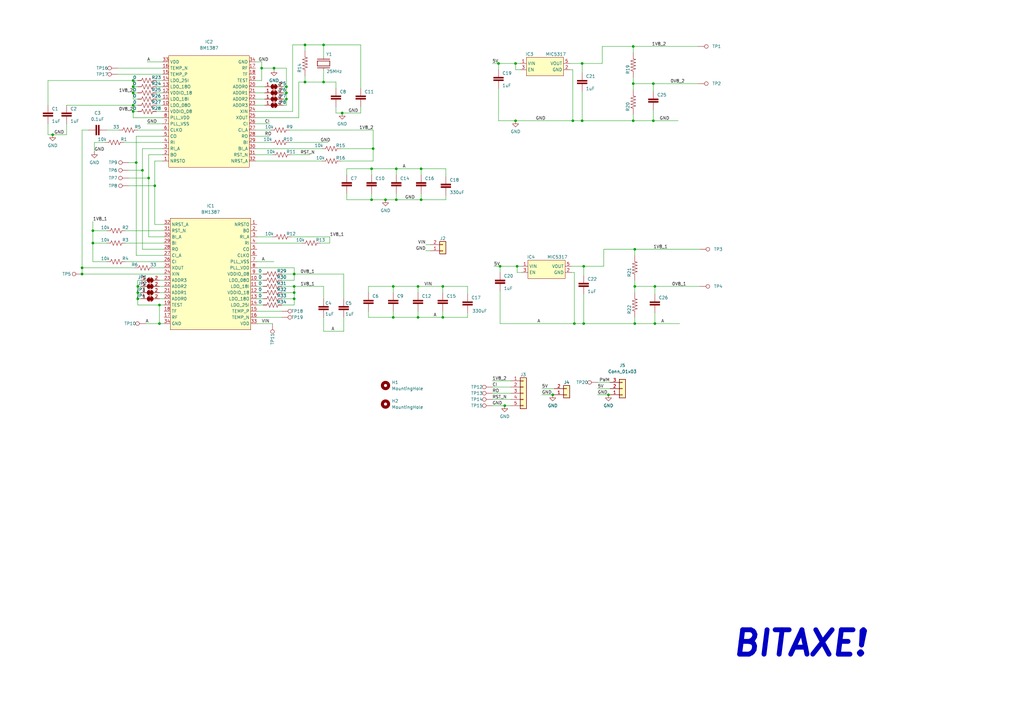
<source format=kicad_sch>
(kicad_sch (version 20211123) (generator eeschema)
  (paper "A3")
  (title_block (title "le bitaxe") (date "2022-02-23"))
  (junction (at 153.035 60.96))
  (junction (at 140.335 46.355))
  (junction (at 212.09 109.22))
  (junction (at 171.45 130.175) (diameter 0.9144))
  (junction (at 171.45 117.475) (diameter 0.9144))
  (junction (at 120.65 117.475))
  (junction (at 268.605 117.475))
  (junction (at 260.35 117.475) (diameter 0.9144))
  (junction (at 238.76 49.53))
  (junction (at 125.095 33.655) (diameter 0.9144))
  (junction (at 211.455 49.53))
  (junction (at 132.715 18.415) (diameter 0.9144))
  (junction (at 120.65 112.395))
  (junction (at 259.715 49.53))
  (junction (at 238.76 26.035) (diameter 0.9144))
  (junction (at 38.1 99.695))
  (junction (at 54.61 33.02))
  (junction (at 132.715 33.655) (diameter 0.9144))
  (junction (at 60.96 73.025))
  (junction (at 54.61 45.72))
  (junction (at 211.455 26.035))
  (junction (at 33.655 109.855))
  (junction (at 152.4 69.215) (diameter 0.9144))
  (junction (at 65.405 132.715))
  (junction (at 54.61 35.56))
  (junction (at 120.65 120.015))
  (junction (at 63.5 76.2))
  (junction (at 226.695 161.925))
  (junction (at 267.97 49.53))
  (junction (at 162.56 69.215) (diameter 0.9144))
  (junction (at 55.88 66.675))
  (junction (at 38.1 94.615))
  (junction (at 58.42 69.85))
  (junction (at 21.59 55.245))
  (junction (at 33.655 112.395))
  (junction (at 162.56 81.915) (diameter 0.9144))
  (junction (at 259.715 34.29) (diameter 0.9144))
  (junction (at 117.475 38.1))
  (junction (at 204.47 26.035) (diameter 0.9144))
  (junction (at 161.29 117.475) (diameter 0.9144))
  (junction (at 259.715 19.05) (diameter 0.9144))
  (junction (at 268.605 132.715))
  (junction (at 56.515 120.015))
  (junction (at 239.395 109.22) (diameter 0.9144))
  (junction (at 117.475 35.56))
  (junction (at 112.395 27.94))
  (junction (at 125.095 18.415) (diameter 0.9144))
  (junction (at 117.475 40.64))
  (junction (at 260.35 132.715))
  (junction (at 181.61 130.175))
  (junction (at 54.61 43.18))
  (junction (at 56.515 117.475))
  (junction (at 120.65 122.555))
  (junction (at 158.115 81.915))
  (junction (at 181.61 117.475))
  (junction (at 207.01 166.37))
  (junction (at 205.105 109.22) (diameter 0.9144))
  (junction (at 235.585 132.715) (diameter 0.9144))
  (junction (at 152.4 81.915) (diameter 0.9144))
  (junction (at 260.35 102.235) (diameter 0.9144))
  (junction (at 267.97 34.29))
  (junction (at 107.315 27.94))
  (junction (at 65.405 125.095))
  (junction (at 172.72 81.915))
  (junction (at 54.61 38.1))
  (junction (at 249.555 161.925))
  (junction (at 234.95 49.53) (diameter 0.9144))
  (junction (at 56.515 122.555))
  (junction (at 239.395 132.715))
  (junction (at 172.72 69.215))
  (junction (at 161.29 130.175) (diameter 0.9144))
  (wire (pts (xy 125.095 18.415) (xy 132.715 18.415)))
  (wire (pts (xy 204.47 26.035) (xy 211.455 26.035)))
  (wire (pts (xy 259.715 34.29) (xy 259.715 31.75)))
  (wire (pts (xy 120.65 125.095) (xy 120.65 122.555)))
  (wire (pts (xy 60.325 25.4) (xy 66.675 25.4)))
  (wire (pts (xy 27.305 50.8) (xy 27.305 55.245)))
  (wire (pts (xy 202.565 109.22) (xy 205.105 109.22)))
  (wire (pts (xy 112.395 27.94) (xy 107.315 27.94)))
  (wire (pts (xy 63.5 92.075) (xy 67.31 92.075)))
  (wire (pts (xy 119.38 97.155) (xy 135.255 97.155)))
  (wire (pts (xy 118.745 58.42) (xy 134.62 58.42)))
  (wire (pts (xy 56.515 117.475) (xy 56.515 114.935)))
  (wire (pts (xy 207.01 166.37) (xy 209.55 166.37)))
  (wire (pts (xy 161.29 117.475) (xy 171.45 117.475)))
  (wire (pts (xy 60.96 97.155) (xy 67.31 97.155)))
  (wire (pts (xy 260.35 117.475) (xy 268.605 117.475)))
  (wire (pts (xy 63.5 76.2) (xy 63.5 92.075)))
  (wire (pts (xy 105.41 130.175) (xy 115.57 130.175)))
  (wire (pts (xy 201.93 156.21) (xy 209.55 156.21)))
  (wire (pts (xy 65.405 132.715) (xy 67.31 132.715)))
  (wire (pts (xy 238.76 26.035) (xy 247.015 26.035)))
  (wire (pts (xy 38.1 99.695) (xy 38.1 94.615)))
  (wire (pts (xy 56.515 122.555) (xy 56.515 125.095)))
  (wire (pts (xy 201.93 163.83) (xy 209.55 163.83)))
  (wire (pts (xy 260.35 104.775) (xy 260.35 102.235)))
  (wire (pts (xy 204.47 36.195) (xy 204.47 49.53)))
  (wire (pts (xy 260.35 120.015) (xy 260.35 117.475)))
  (wire (pts (xy 259.715 19.05) (xy 286.385 19.05)))
  (wire (pts (xy 181.61 120.015) (xy 181.61 117.475)))
  (wire (pts (xy 104.775 45.72) (xy 120.015 45.72)))
  (wire (pts (xy 235.585 111.76) (xy 235.585 132.715)))
  (wire (pts (xy 259.715 46.99) (xy 259.715 49.53)))
  (wire (pts (xy 137.795 43.815) (xy 137.795 46.355)))
  (wire (pts (xy 105.41 99.695) (xy 123.825 99.695)))
  (wire (pts (xy 211.455 28.575) (xy 213.36 28.575)))
  (wire (pts (xy 238.76 37.465) (xy 238.76 49.53)))
  (wire (pts (xy 33.655 109.855) (xy 33.655 53.34)))
  (wire (pts (xy 64.135 43.18) (xy 66.675 43.18)))
  (wire (pts (xy 120.65 120.015) (xy 120.65 122.555)))
  (wire (pts (xy 43.815 53.34) (xy 48.895 53.34)))
  (wire (pts (xy 43.815 107.315) (xy 38.1 107.315)))
  (wire (pts (xy 54.61 33.02) (xy 56.515 33.02)))
  (wire (pts (xy 268.605 132.715) (xy 260.35 132.715)))
  (wire (pts (xy 152.4 79.375) (xy 152.4 81.915)))
  (wire (pts (xy 120.65 117.475) (xy 120.65 120.015)))
  (wire (pts (xy 162.56 79.375) (xy 162.56 81.915)))
  (wire (pts (xy 238.76 49.53) (xy 259.715 49.53)))
  (wire (pts (xy 151.13 117.475) (xy 161.29 117.475)))
  (wire (pts (xy 65.405 122.555) (xy 67.31 122.555)))
  (wire (pts (xy 152.4 81.915) (xy 142.24 81.915)))
  (wire (pts (xy 247.015 19.05) (xy 259.715 19.05)))
  (wire (pts (xy 142.24 69.215) (xy 152.4 69.215)))
  (wire (pts (xy 104.775 53.34) (xy 111.125 53.34)))
  (wire (pts (xy 115.57 120.015) (xy 120.65 120.015)))
  (wire (pts (xy 132.715 130.175) (xy 132.715 135.89)))
  (wire (pts (xy 259.715 34.29) (xy 267.97 34.29)))
  (wire (pts (xy 116.205 40.64) (xy 117.475 40.64)))
  (wire (pts (xy 115.57 125.095) (xy 120.65 125.095)))
  (wire (pts (xy 260.35 117.475) (xy 260.35 114.935)))
  (wire (pts (xy 50.8 58.42) (xy 66.675 58.42)))
  (wire (pts (xy 115.57 117.475) (xy 120.65 117.475)))
  (wire (pts (xy 54.61 35.56) (xy 56.515 35.56)))
  (wire (pts (xy 65.405 120.015) (xy 67.31 120.015)))
  (wire (pts (xy 239.395 120.65) (xy 239.395 132.715)))
  (wire (pts (xy 201.93 26.035) (xy 204.47 26.035)))
  (wire (pts (xy 191.77 120.65) (xy 191.77 117.475)))
  (wire (pts (xy 38.1 107.315) (xy 38.1 99.695)))
  (wire (pts (xy 54.61 40.64) (xy 56.515 40.64)))
  (wire (pts (xy 52.705 66.675) (xy 55.88 66.675)))
  (wire (pts (xy 260.35 130.175) (xy 260.35 132.715)))
  (wire (pts (xy 66.675 48.26) (xy 54.61 48.26)))
  (wire (pts (xy 52.705 73.025) (xy 60.96 73.025)))
  (wire (pts (xy 60.96 73.025) (xy 60.96 97.155)))
  (wire (pts (xy 120.65 112.395) (xy 120.65 109.855)))
  (wire (pts (xy 104.775 43.18) (xy 108.585 43.18)))
  (wire (pts (xy 64.135 40.64) (xy 66.675 40.64)))
  (wire (pts (xy 66.675 60.96) (xy 58.42 60.96)))
  (wire (pts (xy 120.65 117.475) (xy 132.715 117.475)))
  (wire (pts (xy 268.605 117.475) (xy 287.02 117.475)))
  (wire (pts (xy 222.25 161.925) (xy 226.695 161.925)))
  (wire (pts (xy 212.09 111.76) (xy 212.09 109.22)))
  (wire (pts (xy 131.445 99.695) (xy 135.255 99.695)))
  (wire (pts (xy 268.605 117.475) (xy 268.605 120.65)))
  (wire (pts (xy 43.18 58.42) (xy 38.735 58.42)))
  (wire (pts (xy 122.555 48.26) (xy 122.555 33.655)))
  (wire (pts (xy 162.56 71.755) (xy 162.56 69.215)))
  (wire (pts (xy 235.585 132.715) (xy 205.105 132.715)))
  (wire (pts (xy 117.475 38.1) (xy 117.475 40.64)))
  (wire (pts (xy 205.105 119.38) (xy 205.105 132.715)))
  (wire (pts (xy 153.035 53.34) (xy 153.035 60.96)))
  (wire (pts (xy 245.11 161.925) (xy 249.555 161.925)))
  (wire (pts (xy 249.555 161.925) (xy 250.19 161.925)))
  (wire (pts (xy 267.97 34.29) (xy 286.385 34.29)))
  (wire (pts (xy 105.41 97.155) (xy 111.76 97.155)))
  (wire (pts (xy 135.255 97.155) (xy 135.255 99.695)))
  (wire (pts (xy 38.1 94.615) (xy 43.815 94.615)))
  (wire (pts (xy 122.555 33.655) (xy 125.095 33.655)))
  (wire (pts (xy 38.735 58.42) (xy 38.735 62.23)))
  (wire (pts (xy 33.655 53.34) (xy 36.195 53.34)))
  (wire (pts (xy 211.455 26.035) (xy 213.36 26.035)))
  (wire (pts (xy 27.305 43.18) (xy 54.61 43.18)))
  (wire (pts (xy 115.57 112.395) (xy 120.65 112.395)))
  (wire (pts (xy 54.61 43.18) (xy 54.61 45.72)))
  (wire (pts (xy 105.41 132.715) (xy 111.76 132.715)))
  (wire (pts (xy 132.715 117.475) (xy 132.715 122.555)))
  (wire (pts (xy 104.775 38.1) (xy 108.585 38.1)))
  (wire (pts (xy 51.435 99.695) (xy 67.31 99.695)))
  (wire (pts (xy 176.53 102.87) (xy 174.625 102.87)))
  (wire (pts (xy 67.31 114.935) (xy 65.405 114.935)))
  (wire (pts (xy 56.515 53.34) (xy 66.675 53.34)))
  (wire (pts (xy 172.72 79.375) (xy 172.72 81.915)))
  (wire (pts (xy 201.93 166.37) (xy 207.01 166.37)))
  (wire (pts (xy 191.77 128.27) (xy 191.77 130.175)))
  (wire (pts (xy 247.015 19.05) (xy 247.015 26.035)))
  (wire (pts (xy 38.1 94.615) (xy 38.1 90.805)))
  (wire (pts (xy 158.115 81.915) (xy 152.4 81.915)))
  (wire (pts (xy 54.61 43.18) (xy 56.515 43.18)))
  (wire (pts (xy 238.76 49.53) (xy 234.95 49.53)))
  (wire (pts (xy 234.95 49.53) (xy 211.455 49.53)))
  (wire (pts (xy 182.88 81.915) (xy 172.72 81.915)))
  (wire (pts (xy 48.26 27.94) (xy 66.675 27.94)))
  (wire (pts (xy 171.45 117.475) (xy 181.61 117.475)))
  (wire (pts (xy 119.38 63.5) (xy 127 63.5)))
  (wire (pts (xy 117.475 43.18) (xy 116.205 43.18)))
  (wire (pts (xy 48.26 30.48) (xy 66.675 30.48)))
  (wire (pts (xy 64.135 33.02) (xy 66.675 33.02)))
  (wire (pts (xy 67.31 125.095) (xy 65.405 125.095)))
  (wire (pts (xy 132.715 18.415) (xy 147.955 18.415)))
  (wire (pts (xy 247.65 102.235) (xy 260.35 102.235)))
  (wire (pts (xy 182.88 69.215) (xy 172.72 69.215)))
  (wire (pts (xy 247.65 102.235) (xy 247.65 109.22)))
  (wire (pts (xy 52.705 69.85) (xy 58.42 69.85)))
  (wire (pts (xy 19.685 55.245) (xy 21.59 55.245)))
  (wire (pts (xy 116.205 38.1) (xy 117.475 38.1)))
  (wire (pts (xy 104.775 50.8) (xy 110.49 50.8)))
  (wire (pts (xy 171.45 130.175) (xy 161.29 130.175)))
  (wire (pts (xy 104.775 66.04) (xy 132.08 66.04)))
  (wire (pts (xy 267.97 34.29) (xy 267.97 37.465)))
  (wire (pts (xy 19.685 50.8) (xy 19.685 55.245)))
  (wire (pts (xy 152.4 69.215) (xy 162.56 69.215)))
  (wire (pts (xy 171.45 120.015) (xy 171.45 117.475)))
  (wire (pts (xy 54.61 38.1) (xy 56.515 38.1)))
  (wire (pts (xy 51.435 107.315) (xy 67.31 107.315)))
  (wire (pts (xy 162.56 69.215) (xy 172.72 69.215)))
  (wire (pts (xy 55.88 55.88) (xy 55.88 66.675)))
  (wire (pts (xy 260.35 102.235) (xy 287.02 102.235)))
  (wire (pts (xy 56.515 125.095) (xy 65.405 125.095)))
  (wire (pts (xy 234.95 28.575) (xy 234.95 49.53)))
  (wire (pts (xy 55.88 66.675) (xy 55.88 104.775)))
  (wire (pts (xy 120.015 45.72) (xy 120.015 18.415)))
  (wire (pts (xy 139.7 60.96) (xy 153.035 60.96)))
  (wire (pts (xy 205.105 109.22) (xy 205.105 111.76)))
  (wire (pts (xy 267.97 45.085) (xy 267.97 49.53)))
  (wire (pts (xy 268.605 128.27) (xy 268.605 132.715)))
  (wire (pts (xy 107.315 27.94) (xy 107.315 33.02)))
  (wire (pts (xy 226.695 161.925) (xy 227.33 161.925)))
  (wire (pts (xy 140.97 130.175) (xy 140.97 135.89)))
  (wire (pts (xy 117.475 27.94) (xy 112.395 27.94)))
  (wire (pts (xy 56.515 122.555) (xy 56.515 120.015)))
  (wire (pts (xy 58.42 60.96) (xy 58.42 69.85)))
  (wire (pts (xy 105.41 125.095) (xy 107.95 125.095)))
  (wire (pts (xy 105.41 107.315) (xy 112.395 107.315)))
  (wire (pts (xy 239.395 109.22) (xy 247.65 109.22)))
  (wire (pts (xy 132.715 33.655) (xy 137.795 33.655)))
  (wire (pts (xy 66.675 66.04) (xy 63.5 66.04)))
  (wire (pts (xy 117.475 35.56) (xy 117.475 38.1)))
  (wire (pts (xy 117.475 35.56) (xy 117.475 27.94)))
  (wire (pts (xy 132.715 23.495) (xy 132.715 18.415)))
  (wire (pts (xy 120.65 112.395) (xy 140.97 112.395)))
  (wire (pts (xy 65.405 125.095) (xy 65.405 132.715)))
  (wire (pts (xy 105.41 127.635) (xy 115.57 127.635)))
  (wire (pts (xy 191.77 130.175) (xy 181.61 130.175)))
  (wire (pts (xy 52.705 76.2) (xy 63.5 76.2)))
  (wire (pts (xy 105.41 122.555) (xy 107.95 122.555)))
  (wire (pts (xy 125.095 31.115) (xy 125.095 33.655)))
  (wire (pts (xy 115.57 122.555) (xy 120.65 122.555)))
  (wire (pts (xy 142.24 71.755) (xy 142.24 69.215)))
  (wire (pts (xy 176.53 100.33) (xy 174.625 100.33)))
  (wire (pts (xy 64.135 45.72) (xy 66.675 45.72)))
  (wire (pts (xy 104.775 48.26) (xy 122.555 48.26)))
  (wire (pts (xy 233.68 26.035) (xy 238.76 26.035)))
  (wire (pts (xy 211.455 28.575) (xy 211.455 26.035)))
  (wire (pts (xy 142.24 79.375) (xy 142.24 81.915)))
  (wire (pts (xy 201.93 158.75) (xy 209.55 158.75)))
  (wire (pts (xy 104.775 33.02) (xy 107.315 33.02)))
  (wire (pts (xy 239.395 109.22) (xy 239.395 113.03)))
  (wire (pts (xy 19.685 33.02) (xy 54.61 33.02)))
  (wire (pts (xy 239.395 132.715) (xy 260.35 132.715)))
  (wire (pts (xy 54.61 38.1) (xy 54.61 40.64)))
  (wire (pts (xy 54.61 33.02) (xy 54.61 35.56)))
  (wire (pts (xy 33.655 109.855) (xy 33.655 112.395)))
  (wire (pts (xy 191.77 117.475) (xy 181.61 117.475)))
  (wire (pts (xy 125.095 33.655) (xy 132.715 33.655)))
  (wire (pts (xy 125.095 20.955) (xy 125.095 18.415)))
  (wire (pts (xy 153.035 66.04) (xy 139.7 66.04)))
  (wire (pts (xy 172.72 71.755) (xy 172.72 69.215)))
  (wire (pts (xy 67.31 112.395) (xy 33.655 112.395)))
  (wire (pts (xy 58.42 69.85) (xy 58.42 102.235)))
  (wire (pts (xy 151.13 120.015) (xy 151.13 117.475)))
  (wire (pts (xy 245.11 156.845) (xy 250.19 156.845)))
  (wire (pts (xy 104.775 63.5) (xy 111.76 63.5)))
  (wire (pts (xy 234.95 28.575) (xy 233.68 28.575)))
  (wire (pts (xy 161.29 120.015) (xy 161.29 117.475)))
  (wire (pts (xy 211.455 49.53) (xy 204.47 49.53)))
  (wire (pts (xy 151.13 127.635) (xy 151.13 130.175)))
  (wire (pts (xy 212.09 111.76) (xy 213.995 111.76)))
  (wire (pts (xy 57.785 122.555) (xy 56.515 122.555)))
  (wire (pts (xy 104.775 40.64) (xy 108.585 40.64)))
  (wire (pts (xy 64.135 35.56) (xy 66.675 35.56)))
  (wire (pts (xy 51.435 94.615) (xy 67.31 94.615)))
  (wire (pts (xy 115.57 114.935) (xy 120.65 114.935)))
  (wire (pts (xy 259.715 21.59) (xy 259.715 19.05)))
  (wire (pts (xy 56.515 120.015) (xy 57.785 120.015)))
  (wire (pts (xy 104.775 55.88) (xy 110.49 55.88)))
  (wire (pts (xy 239.395 132.715) (xy 235.585 132.715)))
  (wire (pts (xy 104.775 35.56) (xy 108.585 35.56)))
  (wire (pts (xy 33.655 109.855) (xy 55.245 109.855)))
  (wire (pts (xy 19.685 43.18) (xy 19.685 33.02)))
  (wire (pts (xy 56.515 120.015) (xy 56.515 117.475)))
  (wire (pts (xy 161.29 127.635) (xy 161.29 130.175)))
  (wire (pts (xy 201.93 161.29) (xy 209.55 161.29)))
  (wire (pts (xy 278.13 49.53) (xy 267.97 49.53)))
  (wire (pts (xy 105.41 120.015) (xy 107.95 120.015)))
  (wire (pts (xy 172.72 81.915) (xy 162.56 81.915)))
  (wire (pts (xy 204.47 26.035) (xy 204.47 28.575)))
  (wire (pts (xy 238.76 26.035) (xy 238.76 29.845)))
  (wire (pts (xy 66.675 63.5) (xy 60.96 63.5)))
  (wire (pts (xy 56.515 114.935) (xy 57.785 114.935)))
  (wire (pts (xy 54.61 35.56) (xy 54.61 38.1)))
  (wire (pts (xy 120.65 114.935) (xy 120.65 112.395)))
  (wire (pts (xy 63.5 66.04) (xy 63.5 76.2)))
  (wire (pts (xy 62.865 109.855) (xy 67.31 109.855)))
  (wire (pts (xy 104.775 60.96) (xy 132.08 60.96)))
  (wire (pts (xy 59.69 132.715) (xy 65.405 132.715)))
  (wire (pts (xy 234.315 109.22) (xy 239.395 109.22)))
  (wire (pts (xy 60.325 50.8) (xy 66.675 50.8)))
  (wire (pts (xy 112.395 28.575) (xy 112.395 27.94)))
  (wire (pts (xy 162.56 81.915) (xy 158.115 81.915)))
  (wire (pts (xy 116.205 35.56) (xy 117.475 35.56)))
  (wire (pts (xy 64.135 38.1) (xy 66.675 38.1)))
  (wire (pts (xy 120.015 18.415) (xy 125.095 18.415)))
  (wire (pts (xy 147.955 46.355) (xy 147.955 43.815)))
  (wire (pts (xy 21.59 55.245) (xy 27.305 55.245)))
  (wire (pts (xy 65.405 117.475) (xy 67.31 117.475)))
  (wire (pts (xy 132.715 135.89) (xy 140.97 135.89)))
  (wire (pts (xy 153.035 60.96) (xy 153.035 66.04)))
  (wire (pts (xy 54.61 45.72) (xy 54.61 48.26)))
  (wire (pts (xy 105.41 114.935) (xy 107.95 114.935)))
  (wire (pts (xy 132.715 28.575) (xy 132.715 33.655)))
  (wire (pts (xy 137.795 33.655) (xy 137.795 36.195)))
  (wire (pts (xy 222.25 159.385) (xy 227.33 159.385)))
  (wire (pts (xy 147.955 18.415) (xy 147.955 36.195)))
  (wire (pts (xy 205.105 109.22) (xy 212.09 109.22)))
  (wire (pts (xy 181.61 127.635) (xy 181.61 130.175)))
  (wire (pts (xy 212.09 109.22) (xy 213.995 109.22)))
  (wire (pts (xy 140.97 112.395) (xy 140.97 122.555)))
  (wire (pts (xy 60.96 63.5) (xy 60.96 73.025)))
  (wire (pts (xy 104.775 25.4) (xy 107.315 25.4)))
  (wire (pts (xy 161.29 130.175) (xy 151.13 130.175)))
  (wire (pts (xy 38.1 99.695) (xy 43.815 99.695)))
  (wire (pts (xy 66.675 55.88) (xy 55.88 55.88)))
  (wire (pts (xy 245.11 159.385) (xy 250.19 159.385)))
  (wire (pts (xy 104.775 58.42) (xy 111.125 58.42)))
  (wire (pts (xy 259.715 36.83) (xy 259.715 34.29)))
  (wire (pts (xy 56.515 117.475) (xy 57.785 117.475)))
  (wire (pts (xy 140.335 46.355) (xy 147.955 46.355)))
  (wire (pts (xy 171.45 127.635) (xy 171.45 130.175)))
  (wire (pts (xy 182.88 80.01) (xy 182.88 81.915)))
  (wire (pts (xy 278.765 132.715) (xy 268.605 132.715)))
  (wire (pts (xy 152.4 71.755) (xy 152.4 69.215)))
  (wire (pts (xy 55.88 104.775) (xy 67.31 104.775)))
  (wire (pts (xy 105.41 109.855) (xy 120.65 109.855)))
  (wire (pts (xy 54.61 45.72) (xy 56.515 45.72)))
  (wire (pts (xy 105.41 117.475) (xy 107.95 117.475)))
  (wire (pts (xy 107.315 25.4) (xy 107.315 27.94)))
  (wire (pts (xy 267.97 49.53) (xy 259.715 49.53)))
  (wire (pts (xy 58.42 102.235) (xy 67.31 102.235)))
  (wire (pts (xy 105.41 112.395) (xy 107.95 112.395)))
  (wire (pts (xy 118.745 53.34) (xy 153.035 53.34)))
  (wire (pts (xy 182.88 72.39) (xy 182.88 69.215)))
  (wire (pts (xy 137.795 46.355) (xy 140.335 46.355)))
  (wire (pts (xy 117.475 40.64) (xy 117.475 43.18)))
  (wire (pts (xy 235.585 111.76) (xy 234.315 111.76)))
  (wire (pts (xy 181.61 130.175) (xy 171.45 130.175)))
  (text "BITAXE!" (at 299.72 269.875 0) (effects (font (size 10 10) (thickness 2) bold italic) (justify left bottom)))
  (label "1V8_2" (at 54.61 38.1 180))
  (label "RO" (at 108.585 55.88 0))
  (label "GND" (at 219.71 49.53 0))
  (label "GND" (at 22.225 55.245 0))
  (label "RST_N" (at 123.19 63.5 0))
  (label "GND" (at 174.625 102.87 180))
  (label "GND" (at 170.18 81.915 180))
  (label "1V8_2" (at 267.335 19.05 0))
  (label "A" (at 179.07 130.175 180))
  (label "0V8_1" (at 123.19 112.395 0))
  (label "0V8_2" (at 274.955 34.29 0))
  (label "GND" (at 106.045 25.4 0))
  (label "PWM" (at 245.745 156.845 0))
  (label "GND" (at 38.735 62.23 0))
  (label "CI" (at 108.585 50.8 0))
  (label "5V" (at 222.25 159.385 0))
  (label "GND" (at 245.11 161.925 0))
  (label "RO" (at 201.93 161.29 0))
  (label "A" (at 59.69 132.715 0))
  (label "5V" (at 202.565 109.22 0))
  (label "GND" (at 270.51 49.53 0))
  (label "A" (at 271.145 132.715 0))
  (label "1V8_2" (at 147.32 53.34 0))
  (label "5V" (at 201.93 26.035 0))
  (label "0V8_2" (at 54.61 45.72 180))
  (label "GND" (at 222.25 161.925 0))
  (label "1V8_2" (at 201.93 156.21 0))
  (label "GND" (at 142.875 46.355 0))
  (label "0V8_1" (at 275.59 117.475 0))
  (label "GND" (at 131.445 58.42 0))
  (label "A" (at 60.325 25.4 0))
  (label "A" (at 135.89 135.89 0))
  (label "CI" (at 201.93 158.75 0))
  (label "VIN" (at 174.625 100.33 180))
  (label "1V8_1" (at 135.255 97.155 0))
  (label "A" (at 165.1 69.215 0))
  (label "5V" (at 245.11 159.385 0))
  (label "1V8_1" (at 123.19 117.475 0))
  (label "A" (at 107.315 107.315 0))
  (label "VIN" (at 173.99 117.475 0))
  (label "GND" (at 201.93 166.37 0))
  (label "1V8_1" (at 267.97 102.235 0))
  (label "RST_N" (at 201.93 163.83 0))
  (label "1V8_1" (at 38.1 90.805 0))
  (label "A" (at 220.345 132.715 0))
  (label "GND" (at 60.325 50.8 0))
  (label "VIN" (at 107.315 132.715 0))
  (symbol (lib_id "Jumper:SolderJumper_2_Bridged") (at 112.395 40.64 0) (unit 1)
    (property "Reference" "JP7" (at 115.57 39.37 0))
    (property "Value" "SolderJumper_2_Bridged" (effects hide))
    (property "Footprint" "Jumper:SolderJumper-2_P1.3mm_Bridged2Bar_RoundedPad1.0x1.5mm" (effects hide))
    (property "DNP" "T" (effects hide))
  )
  (symbol (lib_id "Connector_Generic:Conn_01x02") (at 181.61 102.87 0) (mirror x) (unit 1)
    (property "Reference" "J2" (at 181.61 97.79 0))
    (property "Value" "Conn_01x02" (effects hide))
    (property "Footprint" "Connector_PinHeader_2.54mm:PinHeader_1x02_P2.54mm_Vertical" (effects hide))
    (property "DNP" "T" (effects hide))
  )
  (symbol (lib_id "Connector:TestPoint") (at 245.11 156.845 90) (mirror x) (unit 1)
    (property "Reference" "TP20" (at 238.76 156.845 90))
    (property "Value" "TestPoint" (effects hide))
    (property "Footprint" "TestPoint:TestPoint_Pad_D1.5mm" (effects hide))
    (property "DNP" "T" (effects hide))
  )
  (symbol (lib_id "Device:R_US") (at 111.76 112.395 90) (unit 1)
    (property "Reference" "R29" (at 115.57 111.125 90))
    (property "Value" "0" (at 106.68 111.125 90))
    (property "Footprint" "DayMiner:R0402" (effects hide))
  )
  (symbol (lib_id "Device:R_US") (at 47.625 99.695 90) (unit 1)
    (property "Reference" "R3" (at 51.435 98.425 90))
    (property "Value" "10k" (at 43.18 98.425 90))
    (property "Footprint" "DayMiner:R0402" (effects hide))
  )
  (symbol (lib_id "Device:R_US") (at 47.625 94.615 90) (unit 1)
    (property "Reference" "R2" (at 51.435 93.345 90))
    (property "Value" "10k" (at 43.18 93.345 90))
    (property "Footprint" "DayMiner:R0402" (effects hide))
  )
  (symbol (lib_id "Connector:TestPoint") (at 48.26 27.94 90) (mirror x) (unit 1)
    (property "Reference" "TP16" (at 41.91 27.94 90))
    (property "Value" "TestPoint" (effects hide))
    (property "Footprint" "TestPoint:TestPoint_Pad_D1.5mm" (effects hide))
    (property "DNP" "T" (effects hide))
  )
  (symbol (lib_id "Connector:TestPoint") (at 201.93 158.75 90) (mirror x) (unit 1)
    (property "Reference" "TP12" (at 195.58 158.75 90))
    (property "Value" "TestPoint" (effects hide))
    (property "Footprint" "TestPoint:TestPoint_Pad_D1.5mm" (effects hide))
    (property "DNP" "T" (effects hide))
  )
  (symbol (lib_id "Connector_Generic:Conn_01x03") (at 255.27 159.385 0) (mirror x) (unit 1)
    (property "Reference" "J5" (at 255.27 149.86 0))
    (property "Value" "Conn_01x03" (at 255.27 152.4 0))
    (property "Footprint" "Connector_PinHeader_2.54mm:PinHeader_1x03_P2.54mm_Vertical" (effects hide))
  )
  (symbol (lib_id "DayMiner-eagle-import:CAP0402") (at 152.4 76.835 0) (unit 1)
    (property "Reference" "C10" (at 153.924 73.914 0) (effects (justify left bottom)))
    (property "Value" "0.1uF" (at 153.924 78.994 0) (effects (justify left bottom)))
    (property "Footprint" "DayMiner:C0402" (effects hide))
    (property "Value" "0.1uF" (effects hide))
    (property "DK" "1292-1639-1-ND" (effects hide))
  )
  (symbol (lib_id "Device:R_US") (at 115.57 63.5 90) (unit 1)
    (property "Reference" "R11" (at 119.38 62.23 90))
    (property "Value" "10k" (at 111.125 62.23 90))
    (property "Footprint" "DayMiner:R0402" (effects hide))
  )
  (symbol (lib_id "DayMiner-eagle-import:CAP0402") (at 147.955 41.275 0) (unit 1)
    (property "Reference" "C11" (at 149.479 38.354 0) (effects (justify left bottom)))
    (property "Value" "10pF" (at 149.479 43.434 0) (effects (justify left bottom)))
    (property "Footprint" "DayMiner:C0402" (effects hide))
    (property "Value" "10pF" (effects hide))
    (property "DK" "399-C0402C100K5RAC7867CT-ND" (effects hide))
  )
  (symbol (lib_id "Jumper:SolderJumper_2_Bridged") (at 112.395 38.1 0) (unit 1)
    (property "Reference" "JP6" (at 115.57 36.83 0))
    (property "Value" "SolderJumper_2_Bridged" (effects hide))
    (property "Footprint" "Jumper:SolderJumper-2_P1.3mm_Bridged2Bar_RoundedPad1.0x1.5mm" (effects hide))
    (property "DNP" "T" (effects hide))
  )
  (symbol (lib_id "Jumper:SolderJumper_2_Bridged") (at 112.395 43.18 0) (unit 1)
    (property "Reference" "JP8" (at 115.57 41.91 0))
    (property "Value" "SolderJumper_2_Bridged" (effects hide))
    (property "Footprint" "Jumper:SolderJumper-2_P1.3mm_Bridged2Bar_RoundedPad1.0x1.5mm" (effects hide))
    (property "DNP" "T" (effects hide))
  )
  (symbol (lib_id "Jumper:SolderJumper_2_Bridged") (at 112.395 35.56 0) (unit 1)
    (property "Reference" "JP5" (at 115.57 34.29 0))
    (property "Value" "SolderJumper_2_Bridged" (effects hide))
    (property "Footprint" "Jumper:SolderJumper-2_P1.3mm_Bridged2Bar_RoundedPad1.0x1.5mm" (effects hide))
    (property "DNP" "T" (effects hide))
  )
  (symbol (lib_id "power:GND") (at 249.555 161.925 0) (mirror y) (unit 1)
    (property "Reference" "#PWR011" (effects hide))
    (property "Value" "GND" (at 249.555 166.37 0))
  )
  (symbol (lib_id "Device:R_US") (at 111.76 122.555 90) (unit 1)
    (property "Reference" "R33" (at 115.57 121.285 90))
    (property "Value" "0" (at 106.68 121.285 90))
    (property "Footprint" "DayMiner:R0402" (effects hide))
  )
  (symbol (lib_id "DayMiner-eagle-import:CAP0402") (at 19.685 48.26 0) (unit 1)
    (property "Reference" "C1" (at 21.209 45.339 0) (effects (justify left bottom)))
    (property "Value" "1uF" (at 21.209 50.419 0) (effects (justify left bottom)))
    (property "Footprint" "DayMiner:C0402" (effects hide))
    (property "DK" "587-5514-1-ND" (effects hide))
  )
  (symbol (lib_name "MIC5317_1") (lib_id "DayMiner-eagle-import:MIC5317") (at 223.52 26.035 0) (unit 1)
    (property "Reference" "IC3" (at 217.17 22.225 0))
    (property "Value" "MIC5317" (at 227.965 22.225 0))
    (property "Footprint" "DayMiner:SOT23-5" (effects hide))
    (property "Datasheet" "https://ww1.microchip.com/downloads/en/DeviceDoc/MIC5317-High-Performance-Single-150mA-LDO-DS20006195B.pdf" (effects hide))
    (property "PARTNO" "MIC5317-1.8YM5-TR" (effects hide))
    (property "DK" "MIC5317-1.8YM5-TR-ND" (effects hide))
  )
  (symbol (lib_id "DayMiner-eagle-import:RESISTOR0402-RES") (at 259.715 41.91 90) (unit 1)
    (property "Reference" "R20" (at 258.2164 45.72 0) (effects (justify left bottom)))
    (property "Value" "100" (at 263.017 45.72 0) (effects (justify left bottom)))
    (property "Footprint" "DayMiner:R0402" (effects hide))
    (property "Value" "100" (effects hide))
    (property "DK" "RMCF0402FT100RCT-ND" (effects hide))
  )
  (symbol (lib_id "Connector:TestPoint") (at 111.76 132.715 0) (mirror x) (unit 1)
    (property "Reference" "TP11" (at 111.76 139.065 90))
    (property "Value" "TestPoint" (effects hide))
    (property "Footprint" "TestPoint:TestPoint_Pad_D1.5mm" (effects hide))
    (property "DNP" "T" (effects hide))
  )
  (symbol (lib_id "Device:R_US") (at 111.76 120.015 90) (unit 1)
    (property "Reference" "R32" (at 115.57 118.745 90))
    (property "Value" "0" (at 106.68 118.745 90))
    (property "Footprint" "DayMiner:R0402" (effects hide))
  )
  (symbol (lib_id "Connector:TestPoint") (at 287.02 117.475 270) (unit 1)
    (property "Reference" "TP4" (at 292.735 117.4749 90) (effects (justify left)))
    (property "Value" "TestPoint" (effects hide))
    (property "Footprint" "TestPoint:TestPoint_Pad_D1.5mm" (effects hide))
    (property "DNP" "T" (effects hide))
  )
  (symbol (lib_id "DayMiner-eagle-import:XRCGB25M000F2P02R0") (at 132.715 26.035 90) (unit 1)
    (property "Reference" "Y1" (at 133.731 22.987 90) (effects (justify right top)))
    (property "Value" "25MHz" (at 140.335 28.575 90) (effects (justify left bottom)))
    (property "Footprint" "DayMiner:XRCGB25M000F2P02R0" (effects hide))
    (property "PARTNO" "XRCGB25M000F2P01R0" (effects hide))
    (property "DK" "490-18304-1-ND" (effects hide))
  )
  (symbol (lib_id "power:GND") (at 226.695 161.925 0) (mirror y) (unit 1)
    (property "Reference" "#PWR010" (effects hide))
    (property "Value" "GND" (at 226.695 166.37 0))
  )
  (symbol (lib_id "Device:R_US") (at 47.625 107.315 90) (unit 1)
    (property "Reference" "R4" (at 51.435 106.045 90))
    (property "Value" "10k" (at 43.18 106.045 90))
    (property "Footprint" "DayMiner:R0402" (effects hide))
  )
  (symbol (lib_id "power:GND") (at 112.395 28.575 0) (mirror y) (unit 1)
    (property "Reference" "#PWR04" (effects hide))
    (property "Value" "GND" (at 112.395 33.02 0))
  )
  (symbol (lib_id "DayMiner-eagle-import:CAP0402") (at 267.97 42.545 0) (unit 1)
    (property "Reference" "C25" (at 269.494 39.624 0) (effects (justify left bottom)))
    (property "Value" "0.1uF" (at 269.494 44.704 0) (effects (justify left bottom)))
    (property "Footprint" "DayMiner:C0402" (effects hide))
    (property "Value" "0.1uF" (effects hide))
    (property "DK" "1292-1639-1-ND" (effects hide))
  )
  (symbol (lib_id "DayMiner-eagle-import:CAP0402") (at 161.29 125.095 0) (unit 1)
    (property "Reference" "C9" (at 162.814 122.174 0) (effects (justify left bottom)))
    (property "Value" "0.1uF" (at 162.814 127.254 0) (effects (justify left bottom)))
    (property "Footprint" "DayMiner:C0402" (effects hide))
    (property "Value" "0.1uF" (effects hide))
    (property "DK" "1292-1639-1-ND" (effects hide))
  )
  (symbol (lib_id "DayMiner-eagle-import:CAP0402") (at 205.105 116.84 0) (unit 1)
    (property "Reference" "C20" (at 206.629 113.919 0) (effects (justify left bottom)))
    (property "Value" "1uF" (at 206.629 118.999 0) (effects (justify left bottom)))
    (property "Footprint" "DayMiner:C0402" (effects hide))
    (property "DK" "587-5514-1-ND" (effects hide))
  )
  (symbol (lib_id "power:GND") (at 140.335 46.355 0) (mirror y) (unit 1)
    (property "Reference" "#PWR05" (effects hide))
    (property "Value" "GND" (at 140.335 50.8 0))
  )
  (symbol (lib_id "Device:R_US") (at 111.76 114.935 90) (unit 1)
    (property "Reference" "R30" (at 115.57 113.665 90))
    (property "Value" "0" (at 106.68 113.665 90))
    (property "Footprint" "DayMiner:R0402" (effects hide))
  )
  (symbol (lib_id "DayMiner-eagle-import:MIC5317") (at 224.155 109.22 0) (unit 1)
    (property "Reference" "IC4" (at 217.805 105.41 0))
    (property "Value" "MIC5317" (at 228.6 105.41 0))
    (property "Footprint" "DayMiner:SOT23-5" (effects hide))
    (property "Datasheet" "https://ww1.microchip.com/downloads/en/DeviceDoc/MIC5317-High-Performance-Single-150mA-LDO-DS20006195B.pdf" (effects hide))
    (property "PARTNO" "MIC5317-1.8YM5-TR" (effects hide))
    (property "DK" "MIC5317-1.8YM5-TR-ND" (effects hide))
  )
  (symbol (lib_id "power:GND") (at 207.01 166.37 0) (mirror y) (unit 1)
    (property "Reference" "#PWR09" (effects hide))
    (property "Value" "GND" (at 207.01 170.815 0))
  )
  (symbol (lib_id "Device:R_US") (at 60.325 33.02 90) (unit 1)
    (property "Reference" "R23" (at 64.135 31.75 90))
    (property "Value" "0" (at 55.245 31.75 90))
    (property "Footprint" "DayMiner:R0402" (effects hide))
  )
  (symbol (lib_id "Device:R_US") (at 59.055 109.855 90) (unit 1)
    (property "Reference" "R6" (at 55.245 108.585 90))
    (property "Value" "33" (at 62.865 108.585 90))
    (property "Footprint" "DayMiner:R0402" (effects hide))
  )
  (symbol (lib_id "dayminer:BM1387") (at 86.995 50.8 0) (mirror x) (unit 1)
    (property "Reference" "IC2" (at 85.725 17.145 0))
    (property "Value" "BM1387" (at 85.725 19.685 0))
    (property "Footprint" "DayMiner:SON45P800X800X70-33T645X800N" (effects hide))
  )
  (symbol (lib_id "Connector:TestPoint") (at 201.93 161.29 90) (unit 1)
    (property "Reference" "TP13" (at 195.58 161.29 90))
    (property "Value" "TestPoint" (effects hide))
    (property "Footprint" "TestPoint:TestPoint_Pad_D1.5mm" (effects hide))
    (property "DNP" "T" (effects hide))
  )
  (symbol (lib_id "Connector_Generic:Conn_01x02") (at 232.41 161.925 0) (mirror x) (unit 1)
    (property "Reference" "J4" (at 232.41 156.845 0))
    (property "Value" "Conn_01x02" (effects hide))
    (property "Footprint" "Connector_PinHeader_2.54mm:PinHeader_1x02_P2.54mm_Vertical" (effects hide))
    (property "DNP" "T" (effects hide))
  )
  (symbol (lib_id "Connector:TestPoint") (at 52.705 73.025 90) (mirror x) (unit 1)
    (property "Reference" "TP7" (at 46.355 73.025 90))
    (property "Value" "TestPoint" (effects hide))
    (property "Footprint" "TestPoint:TestPoint_Pad_D1.5mm" (effects hide))
    (property "DNP" "T" (effects hide))
  )
  (symbol (lib_id "DayMiner-eagle-import:CAP0402") (at 142.24 76.835 0) (unit 1)
    (property "Reference" "C7" (at 143.764 73.914 0) (effects (justify left bottom)))
    (property "Value" "0.1uF" (at 143.764 78.994 0) (effects (justify left bottom)))
    (property "Footprint" "DayMiner:C0402" (effects hide))
    (property "Value" "0.1uF" (effects hide))
    (property "DK" "1292-1639-1-ND" (effects hide))
  )
  (symbol (lib_id "Jumper:SolderJumper_2_Bridged") (at 61.595 120.015 0) (unit 1)
    (property "Reference" "JP3" (at 57.785 118.745 0))
    (property "Value" "SolderJumper_2_Bridged" (effects hide))
    (property "Footprint" "Jumper:SolderJumper-2_P1.3mm_Bridged2Bar_RoundedPad1.0x1.5mm" (effects hide))
    (property "DNP" "T" (effects hide))
  )
  (symbol (lib_id "Device:R_US") (at 115.57 97.155 90) (unit 1)
    (property "Reference" "R12" (at 119.38 95.885 90))
    (property "Value" "10k" (at 110.49 95.885 90))
    (property "Footprint" "DayMiner:R0402" (effects hide))
  )
  (symbol (lib_id "Device:R_US") (at 127.635 99.695 90) (unit 1)
    (property "Reference" "R13" (at 131.445 98.425 90))
    (property "Value" "10k" (at 123.19 98.425 90))
    (property "Footprint" "DayMiner:R0402" (effects hide))
  )
  (symbol (lib_id "DayMiner-eagle-import:CAP0402") (at 151.13 125.095 0) (unit 1)
    (property "Reference" "C6" (at 152.654 122.174 0) (effects (justify left bottom)))
    (property "Value" "0.1uF" (at 152.654 127.254 0) (effects (justify left bottom)))
    (property "Footprint" "DayMiner:C0402" (effects hide))
    (property "Value" "0.1uF" (effects hide))
    (property "DK" "1292-1639-1-ND" (effects hide))
  )
  (symbol (lib_id "DayMiner-eagle-import:RESISTOR0402-RES") (at 260.35 125.095 90) (unit 1)
    (property "Reference" "R22" (at 258.8514 128.905 0) (effects (justify left bottom)))
    (property "Value" "100" (at 263.652 128.905 0) (effects (justify left bottom)))
    (property "Footprint" "DayMiner:R0402" (effects hide))
    (property "Value" "100" (effects hide))
    (property "DK" "RMCF0402FT100RCT-ND" (effects hide))
  )
  (symbol (lib_id "DayMiner-eagle-import:CAP0402") (at 238.76 34.925 0) (unit 1)
    (property "Reference" "C21" (at 240.284 32.004 0) (effects (justify left bottom)))
    (property "Value" "1uF" (at 240.284 37.084 0) (effects (justify left bottom)))
    (property "Footprint" "DayMiner:C0402" (effects hide))
    (property "DK" "587-5514-1-ND" (effects hide))
  )
  (symbol (lib_id "Jumper:SolderJumper_2_Bridged") (at 61.595 117.475 0) (unit 1)
    (property "Reference" "JP2" (at 58.42 116.205 0))
    (property "Value" "SolderJumper_2_Bridged" (effects hide))
    (property "Footprint" "Jumper:SolderJumper-2_P1.3mm_Bridged2Bar_RoundedPad1.0x1.5mm" (effects hide))
    (property "DNP" "T" (effects hide))
  )
  (symbol (lib_id "Device:R_US") (at 60.325 40.64 90) (unit 1)
    (property "Reference" "R26" (at 64.135 39.37 90))
    (property "Value" "0" (at 55.245 39.37 90))
    (property "Footprint" "DayMiner:R0402" (effects hide))
  )
  (symbol (lib_id "eagle_import:CAP0402") (at 41.275 53.34 90) (unit 1)
    (property "Reference" "C3" (at 40.005 46.355 90))
    (property "Value" "0.1uF" (at 40.005 48.895 90))
    (property "Footprint" "DayMiner:C0402" (effects hide))
    (property "DK" "1292-1639-1-ND" (effects hide))
  )
  (symbol (lib_id "power:GND") (at 38.735 62.23 0) (mirror y) (unit 1)
    (property "Reference" "#PWR03" (effects hide))
    (property "Value" "GND" (at 38.735 66.675 0))
  )
  (symbol (lib_id "Connector:TestPoint") (at 52.705 69.85 90) (mirror x) (unit 1)
    (property "Reference" "TP6" (at 46.355 69.85 90))
    (property "Value" "TestPoint" (effects hide))
    (property "Footprint" "TestPoint:TestPoint_Pad_D1.5mm" (effects hide))
    (property "DNP" "T" (effects hide))
  )
  (symbol (lib_id "DayMiner-eagle-import:RESISTOR0402-RES") (at 259.715 26.67 90) (unit 1)
    (property "Reference" "R19" (at 258.2164 30.48 0) (effects (justify left bottom)))
    (property "Value" "100" (at 263.017 30.48 0) (effects (justify left bottom)))
    (property "Footprint" "DayMiner:R0402" (effects hide))
    (property "Value" "100" (effects hide))
    (property "DK" "RMCF0402FT100RCT-ND" (effects hide))
  )
  (symbol (lib_id "DayMiner-eagle-import:RESISTOR0402-RES") (at 125.095 26.035 90) (unit 1)
    (property "Reference" "R14" (at 123.5964 29.845 0) (effects (justify left bottom)))
    (property "Value" "1M" (at 128.397 29.845 0) (effects (justify left bottom)))
    (property "Footprint" "DayMiner:R0402" (effects hide))
    (property "Value" "1M" (effects hide))
    (property "DK" "RMCF0402FT1M00CT-ND" (effects hide))
  )
  (symbol (lib_id "DayMiner-eagle-import:CAP0402") (at 191.77 125.73 0) (unit 1)
    (property "Reference" "C17" (at 193.294 122.809 0) (effects (justify left bottom)))
    (property "Value" "330uF" (at 193.675 128.27 0) (effects (justify left bottom)))
    (property "Footprint" "Capacitor_Tantalum_SMD:CP_EIA-7343-31_Kemet-D_Pad2.25x2.55mm_HandSolder" (effects hide))
    (property "DK" "2388-PCT330/10DM-ND" (effects hide))
  )
  (symbol (lib_id "Connector_Generic:Conn_01x05") (at 214.63 161.29 0) (unit 1)
    (property "Reference" "J3" (at 213.36 153.67 0) (effects (justify left)))
    (property "Value" "Conn_01x05" (effects hide))
    (property "Footprint" "Connector_PinHeader_2.54mm:PinHeader_1x05_P2.54mm_Vertical" (effects hide))
  )
  (symbol (lib_id "Connector:TestPoint") (at 286.385 34.29 270) (unit 1)
    (property "Reference" "TP2" (at 292.1 34.2899 90) (effects (justify left)))
    (property "Value" "TestPoint" (effects hide))
    (property "Footprint" "TestPoint:TestPoint_Pad_D1.5mm" (effects hide))
    (property "DNP" "T" (effects hide))
  )
  (symbol (lib_id "DayMiner-eagle-import:CAP0402") (at 268.605 125.73 0) (unit 1)
    (property "Reference" "C26" (at 270.129 122.809 0) (effects (justify left bottom)))
    (property "Value" "0.1uF" (at 270.129 127.889 0) (effects (justify left bottom)))
    (property "Footprint" "DayMiner:C0402" (effects hide))
    (property "Value" "0.1uF" (effects hide))
    (property "DK" "1292-1639-1-ND" (effects hide))
  )
  (symbol (lib_id "power:GND") (at 211.455 49.53 0) (mirror y) (unit 1)
    (property "Reference" "#PWR08" (effects hide))
    (property "Value" "GND" (at 211.455 53.975 0))
  )
  (symbol (lib_id "power:GND") (at 21.59 55.245 0) (mirror y) (unit 1)
    (property "Reference" "#PWR02" (effects hide))
    (property "Value" "GND" (at 21.59 59.69 0))
  )
  (symbol (lib_id "Connector:TestPoint") (at 48.26 30.48 90) (mirror x) (unit 1)
    (property "Reference" "TP17" (at 41.91 30.48 90))
    (property "Value" "TestPoint" (effects hide))
    (property "Footprint" "TestPoint:TestPoint_Pad_D1.5mm" (effects hide))
    (property "DNP" "T" (effects hide))
  )
  (symbol (lib_id "power:GND") (at 158.115 81.915 0) (mirror y) (unit 1)
    (property "Reference" "#PWR06" (effects hide))
    (property "Value" "GND" (at 158.115 86.36 0))
  )
  (symbol (lib_id "Device:R_US") (at 111.76 117.475 90) (unit 1)
    (property "Reference" "R31" (at 115.57 116.205 90))
    (property "Value" "0" (at 106.68 116.205 90))
    (property "Footprint" "DayMiner:R0402" (effects hide))
  )
  (symbol (lib_id "Device:R_US") (at 60.325 43.18 90) (unit 1)
    (property "Reference" "R27" (at 64.135 41.91 90))
    (property "Value" "0" (at 55.245 41.91 90))
    (property "Footprint" "DayMiner:R0402" (effects hide))
  )
  (symbol (lib_id "Mechanical:MountingHole") (at 158.115 165.735 0) (unit 1)
    (property "Reference" "H2" (at 160.655 164.4649 0) (effects (justify left)))
    (property "Value" "MountingHole" (at 160.655 167.0049 0) (effects (justify left)))
    (property "Footprint" "MountingHole:MountingHole_3.5mm" (effects hide))
  )
  (symbol (lib_id "Device:R_US") (at 60.325 38.1 90) (unit 1)
    (property "Reference" "R25" (at 64.135 36.83 90))
    (property "Value" "0" (at 55.245 36.83 90))
    (property "Footprint" "DayMiner:R0402" (effects hide))
  )
  (symbol (lib_id "Device:R_US") (at 60.325 35.56 90) (unit 1)
    (property "Reference" "R24" (at 64.135 34.29 90))
    (property "Value" "0" (at 55.245 34.29 90))
    (property "Footprint" "DayMiner:R0402" (effects hide))
  )
  (symbol (lib_id "DayMiner-eagle-import:CAP0402") (at 27.305 48.26 0) (unit 1)
    (property "Reference" "C2" (at 28.829 45.339 0) (effects (justify left bottom)))
    (property "Value" "1uF" (at 28.829 50.419 0) (effects (justify left bottom)))
    (property "Footprint" "DayMiner:C0402" (effects hide))
    (property "DK" "587-5514-1-ND" (effects hide))
  )
  (symbol (lib_id "Device:R_US") (at 111.76 125.095 90) (unit 1)
    (property "Reference" "R34" (at 115.57 123.825 90))
    (property "Value" "0" (at 106.68 123.825 90))
    (property "Footprint" "DayMiner:R0402" (effects hide))
  )
  (symbol (lib_id "DayMiner-eagle-import:CAP0402") (at 162.56 76.835 0) (unit 1)
    (property "Reference" "C14" (at 164.084 73.914 0) (effects (justify left bottom)))
    (property "Value" "1uF" (at 164.084 78.994 0) (effects (justify left bottom)))
    (property "Footprint" "DayMiner:C0402" (effects hide))
    (property "Value" "1uF" (effects hide))
    (property "DK" "587-5514-1-ND" (effects hide))
  )
  (symbol (lib_id "DayMiner-eagle-import:CAP0402") (at 140.97 127.635 0) (unit 1)
    (property "Reference" "C5" (at 141.605 125.095 0) (effects (justify left bottom)))
    (property "Value" "1uF" (at 141.605 129.54 0) (effects (justify left bottom)))
    (property "Footprint" "DayMiner:C0402" (effects hide))
    (property "DK" "587-5514-1-ND" (effects hide))
  )
  (symbol (lib_id "Mechanical:MountingHole") (at 158.115 158.115 0) (unit 1)
    (property "Reference" "H1" (at 160.655 156.8449 0) (effects (justify left)))
    (property "Value" "MountingHole" (at 160.655 159.3849 0) (effects (justify left)))
    (property "Footprint" "MountingHole:MountingHole_3.5mm" (effects hide))
  )
  (symbol (lib_id "Connector:TestPoint") (at 33.655 112.395 90) (mirror x) (unit 1)
    (property "Reference" "TP5" (at 27.305 112.395 90))
    (property "Value" "TestPoint" (effects hide))
    (property "Footprint" "TestPoint:TestPoint_Pad_D1.5mm" (effects hide))
    (property "DNP" "T" (effects hide))
  )
  (symbol (lib_id "Device:R_US") (at 60.325 45.72 90) (unit 1)
    (property "Reference" "R28" (at 64.135 44.45 90))
    (property "Value" "0" (at 55.245 44.45 90))
    (property "Footprint" "DayMiner:R0402" (effects hide))
  )
  (symbol (lib_id "Device:R_US") (at 52.705 53.34 90) (unit 1)
    (property "Reference" "R5" (at 56.515 52.07 90))
    (property "Value" "33" (at 47.625 52.07 90))
    (property "Footprint" "DayMiner:R0402" (effects hide))
  )
  (symbol (lib_id "DayMiner-eagle-import:CAP0402") (at 182.88 77.47 0) (unit 1)
    (property "Reference" "C18" (at 184.404 74.549 0) (effects (justify left bottom)))
    (property "Value" "330uF" (at 184.404 79.629 0) (effects (justify left bottom)))
    (property "Footprint" "Capacitor_Tantalum_SMD:CP_EIA-7343-31_Kemet-D_Pad2.25x2.55mm_HandSolder" (effects hide))
    (property "DK" "2388-PCT330/10DM-ND" (effects hide))
  )
  (symbol (lib_id "Connector:TestPoint") (at 59.69 132.715 90) (mirror x) (unit 1)
    (property "Reference" "TP10" (at 53.34 132.715 90))
    (property "Value" "TestPoint" (effects hide))
    (property "Footprint" "TestPoint:TestPoint_Pad_D1.5mm" (effects hide))
    (property "DNP" "T" (effects hide))
  )
  (symbol (lib_id "Device:R_US") (at 135.89 66.04 90) (unit 1)
    (property "Reference" "R16" (at 139.7 64.77 90))
    (property "Value" "10k" (at 131.445 64.77 90))
    (property "Footprint" "DayMiner:R0402" (effects hide))
  )
  (symbol (lib_id "dayminer:BM1387") (at 85.09 107.315 0) (mirror y) (unit 1)
    (property "Reference" "IC1" (at 86.36 84.455 0))
    (property "Value" "BM1387" (at 86.36 86.995 0))
    (property "Footprint" "DayMiner:SON45P800X800X70-33T645X800N" (effects hide))
  )
  (symbol (lib_id "Jumper:SolderJumper_2_Bridged") (at 61.595 122.555 0) (unit 1)
    (property "Reference" "JP4" (at 57.785 121.285 0))
    (property "Value" "SolderJumper_2_Bridged" (effects hide))
    (property "Footprint" "Jumper:SolderJumper-2_P1.3mm_Bridged2Bar_RoundedPad1.0x1.5mm" (effects hide))
    (property "DNP" "T" (effects hide))
  )
  (symbol (lib_id "Connector:TestPoint") (at 52.705 66.675 90) (mirror x) (unit 1)
    (property "Reference" "TP9" (at 46.355 66.675 90))
    (property "Value" "TestPoint" (effects hide))
    (property "Footprint" "TestPoint:TestPoint_Pad_D1.5mm" (effects hide))
    (property "DNP" "T" (effects hide))
  )
  (symbol (lib_id "DayMiner-eagle-import:RESISTOR0402-RES") (at 260.35 109.855 90) (unit 1)
    (property "Reference" "R21" (at 258.8514 113.665 0) (effects (justify left bottom)))
    (property "Value" "100" (at 263.652 113.665 0) (effects (justify left bottom)))
    (property "Footprint" "DayMiner:R0402" (effects hide))
    (property "Value" "100" (effects hide))
    (property "DK" "RMCF0402FT100RCT-ND" (effects hide))
  )
  (symbol (lib_id "Device:R_US") (at 46.99 58.42 90) (unit 1)
    (property "Reference" "R1" (at 50.8 57.15 90))
    (property "Value" "10k" (at 41.91 57.15 90))
    (property "Footprint" "DayMiner:R0402" (effects hide))
  )
  (symbol (lib_id "DayMiner-eagle-import:CAP0402") (at 132.715 127.635 0) (unit 1)
    (property "Reference" "C4" (at 133.35 125.095 0) (effects (justify left bottom)))
    (property "Value" "1uF" (at 133.35 129.54 0) (effects (justify left bottom)))
    (property "Footprint" "DayMiner:C0402" (effects hide))
    (property "DK" "587-5514-1-ND" (effects hide))
  )
  (symbol (lib_id "DayMiner-eagle-import:CAP0402") (at 172.72 76.835 0) (unit 1)
    (property "Reference" "C16" (at 174.244 73.914 0) (effects (justify left bottom)))
    (property "Value" "1uF" (at 174.244 78.994 0) (effects (justify left bottom)))
    (property "Footprint" "DayMiner:C0402" (effects hide))
    (property "Value" "1uF" (effects hide))
    (property "DK" "587-5514-1-ND" (effects hide))
  )
  (symbol (lib_id "Connector:TestPoint") (at 286.385 19.05 270) (unit 1)
    (property "Reference" "TP1" (at 292.1 19.0499 90) (effects (justify left)))
    (property "Value" "TestPoint" (effects hide))
    (property "Footprint" "TestPoint:TestPoint_Pad_D1.5mm" (effects hide))
    (property "DNP" "T" (effects hide))
  )
  (symbol (lib_id "DayMiner-eagle-import:CAP0402") (at 239.395 118.11 0) (unit 1)
    (property "Reference" "C22" (at 240.919 115.189 0) (effects (justify left bottom)))
    (property "Value" "1uF" (at 240.919 120.269 0) (effects (justify left bottom)))
    (property "Footprint" "DayMiner:C0402" (effects hide))
    (property "DK" "587-5514-1-ND" (effects hide))
  )
  (symbol (lib_id "DayMiner-eagle-import:CAP0402") (at 171.45 125.095 0) (unit 1)
    (property "Reference" "C12" (at 172.974 122.174 0) (effects (justify left bottom)))
    (property "Value" "1uF" (at 172.974 127.254 0) (effects (justify left bottom)))
    (property "Footprint" "DayMiner:C0402" (effects hide))
    (property "Value" "1uF" (effects hide))
    (property "DK" "587-5514-1-ND" (effects hide))
  )
  (symbol (lib_id "DayMiner-eagle-import:CAP0402") (at 204.47 33.655 0) (unit 1)
    (property "Reference" "C19" (at 205.994 30.734 0) (effects (justify left bottom)))
    (property "Value" "1uF" (at 205.994 35.814 0) (effects (justify left bottom)))
    (property "Footprint" "DayMiner:C0402" (effects hide))
    (property "DK" "587-5514-1-ND" (effects hide))
  )
  (symbol (lib_id "Connector:TestPoint") (at 287.02 102.235 270) (unit 1)
    (property "Reference" "TP3" (at 292.735 102.2349 90) (effects (justify left)))
    (property "Value" "TestPoint" (effects hide))
    (property "Footprint" "TestPoint:TestPoint_Pad_D1.5mm" (effects hide))
    (property "DNP" "T" (effects hide))
  )
  (symbol (lib_id "DayMiner-eagle-import:CAP0402") (at 181.61 125.095 0) (unit 1)
    (property "Reference" "C15" (at 183.134 122.174 0) (effects (justify left bottom)))
    (property "Value" "1uF" (at 183.134 127.254 0) (effects (justify left bottom)))
    (property "Footprint" "DayMiner:C0402" (effects hide))
    (property "Value" "1uF" (effects hide))
    (property "DK" "587-5514-1-ND" (effects hide))
  )
  (symbol (lib_id "Device:R_US") (at 114.935 58.42 90) (unit 1)
    (property "Reference" "R10" (at 118.11 57.15 90))
    (property "Value" "10k" (at 109.855 57.15 90))
    (property "Footprint" "DayMiner:R0402" (effects hide))
  )
  (symbol (lib_id "Connector:TestPoint") (at 201.93 163.83 90) (mirror x) (unit 1)
    (property "Reference" "TP14" (at 195.58 163.83 90))
    (property "Value" "TestPoint" (effects hide))
    (property "Footprint" "TestPoint:TestPoint_Pad_D1.5mm" (effects hide))
    (property "DNP" "T" (effects hide))
  )
  (symbol (lib_id "Connector:TestPoint") (at 201.93 166.37 90) (mirror x) (unit 1)
    (property "Reference" "TP15" (at 195.58 166.37 90))
    (property "Value" "TestPoint" (effects hide))
    (property "Footprint" "TestPoint:TestPoint_Pad_D1.5mm" (effects hide))
    (property "DNP" "T" (effects hide))
  )
  (symbol (lib_id "DayMiner-eagle-import:CAP0402") (at 137.795 41.275 0) (unit 1)
    (property "Reference" "C8" (at 139.319 38.354 0) (effects (justify left bottom)))
    (property "Value" "10pF" (at 139.319 43.434 0) (effects (justify left bottom)))
    (property "Footprint" "DayMiner:C0402" (effects hide))
    (property "Value" "10pF" (effects hide))
    (property "DK" "399-C0402C100K5RAC7867CT-ND" (effects hide))
  )
  (symbol (lib_id "Connector:TestPoint") (at 52.705 76.2 90) (mirror x) (unit 1)
    (property "Reference" "TP8" (at 46.355 76.2 90))
    (property "Value" "TestPoint" (effects hide))
    (property "Footprint" "TestPoint:TestPoint_Pad_D1.5mm" (effects hide))
    (property "DNP" "T" (effects hide))
  )
  (symbol (lib_id "Connector:TestPoint") (at 115.57 127.635 270) (mirror x) (unit 1)
    (property "Reference" "TP18" (at 121.92 127.635 90))
    (property "Value" "TestPoint" (effects hide))
    (property "Footprint" "TestPoint:TestPoint_Pad_D1.5mm" (effects hide))
    (property "DNP" "T" (effects hide))
  )
  (symbol (lib_id "Device:R_US") (at 135.89 60.96 90) (unit 1)
    (property "Reference" "R15" (at 139.7 59.69 90))
    (property "Value" "10k" (at 130.81 59.69 90))
    (property "Footprint" "DayMiner:R0402" (effects hide))
  )
  (symbol (lib_id "Jumper:SolderJumper_2_Bridged") (at 61.595 114.935 0) (unit 1)
    (property "Reference" "JP1" (at 58.42 113.665 0))
    (property "Value" "SolderJumper_2_Bridged" (effects hide))
    (property "Footprint" "Jumper:SolderJumper-2_P1.3mm_Bridged2Bar_RoundedPad1.0x1.5mm" (effects hide))
    (property "DNP" "T" (effects hide))
  )
  (symbol (lib_id "Connector:TestPoint") (at 115.57 130.175 270) (mirror x) (unit 1)
    (property "Reference" "TP19" (at 121.92 130.175 90))
    (property "Value" "TestPoint" (effects hide))
    (property "Footprint" "TestPoint:TestPoint_Pad_D1.5mm" (effects hide))
    (property "DNP" "T" (effects hide))
  )
  (symbol (lib_id "Device:R_US") (at 114.935 53.34 90) (unit 1)
    (property "Reference" "R9" (at 118.745 52.07 90))
    (property "Value" "10k" (at 110.49 52.07 90))
    (property "Footprint" "DayMiner:R0402" (effects hide))
  )
)
</source>
